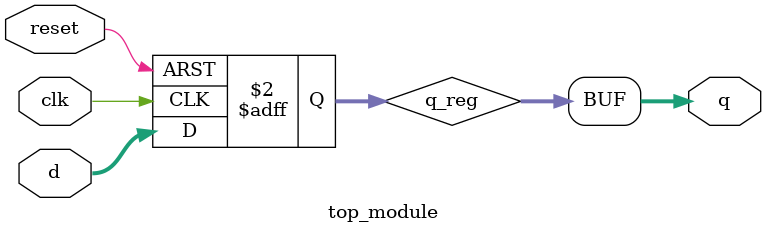
<source format=sv>
module top_module(
	input clk,
	input [7:0] d,
	input reset,
	output reg [7:0] q);

	reg [7:0] q_reg;
	
	always @(negedge clk or posedge reset) begin
		if (reset)
			q_reg <= 8'h34;
		else
			q_reg <= d;
	end
	
	assign q = q_reg;
	
endmodule

</source>
